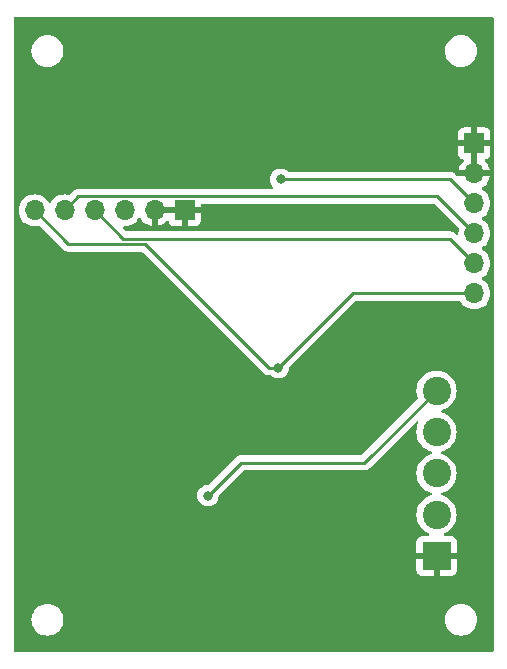
<source format=gbr>
%TF.GenerationSoftware,KiCad,Pcbnew,7.0.9*%
%TF.CreationDate,2024-01-09T17:40:00-08:00*%
%TF.ProjectId,RS-232 Logger,52532d32-3332-4204-9c6f-676765722e6b,rev?*%
%TF.SameCoordinates,Original*%
%TF.FileFunction,Copper,L2,Bot*%
%TF.FilePolarity,Positive*%
%FSLAX46Y46*%
G04 Gerber Fmt 4.6, Leading zero omitted, Abs format (unit mm)*
G04 Created by KiCad (PCBNEW 7.0.9) date 2024-01-09 17:40:00*
%MOMM*%
%LPD*%
G01*
G04 APERTURE LIST*
%TA.AperFunction,ComponentPad*%
%ADD10R,2.400000X2.400000*%
%TD*%
%TA.AperFunction,ComponentPad*%
%ADD11C,2.400000*%
%TD*%
%TA.AperFunction,ComponentPad*%
%ADD12R,1.700000X1.700000*%
%TD*%
%TA.AperFunction,ComponentPad*%
%ADD13O,1.700000X1.700000*%
%TD*%
%TA.AperFunction,ViaPad*%
%ADD14C,0.800000*%
%TD*%
%TA.AperFunction,Conductor*%
%ADD15C,0.250000*%
%TD*%
G04 APERTURE END LIST*
D10*
%TO.P,J2,1,Pin_1*%
%TO.N,GND*%
X63246000Y-73086200D03*
D11*
%TO.P,J2,2,Pin_2*%
%TO.N,/VIN*%
X63246000Y-69586200D03*
%TO.P,J2,3,Pin_3*%
%TO.N,Net-(J2-Pin_3)*%
X63246000Y-66086200D03*
%TO.P,J2,4,Pin_4*%
%TO.N,Net-(J2-Pin_4)*%
X63246000Y-62586200D03*
%TO.P,J2,5,Pin_5*%
%TO.N,Net-(J2-Pin_5)*%
X63246000Y-59086200D03*
%TD*%
D12*
%TO.P,J3,1,Pin_1*%
%TO.N,GND*%
X66446400Y-38150800D03*
D13*
%TO.P,J3,2,Pin_2*%
X66446400Y-40690800D03*
%TO.P,J3,3,Pin_3*%
%TO.N,+3.3V*%
X66446400Y-43230800D03*
%TO.P,J3,4,Pin_4*%
%TO.N,/LOG_RX*%
X66446400Y-45770800D03*
%TO.P,J3,5,Pin_5*%
%TO.N,/LOG_TX*%
X66446400Y-48310800D03*
%TO.P,J3,6,Pin_6*%
%TO.N,/LOG_DTR*%
X66446400Y-50850800D03*
%TD*%
D12*
%TO.P,J1,1,Pin_1*%
%TO.N,GND*%
X41910000Y-43815000D03*
D13*
%TO.P,J1,2,Pin_2*%
X39370000Y-43815000D03*
%TO.P,J1,3,Pin_3*%
%TO.N,+3.3V*%
X36830000Y-43815000D03*
%TO.P,J1,4,Pin_4*%
%TO.N,/LOG_TX*%
X34290000Y-43815000D03*
%TO.P,J1,5,Pin_5*%
%TO.N,/LOG_RX*%
X31750000Y-43815000D03*
%TO.P,J1,6,Pin_6*%
%TO.N,/LOG_DTR*%
X29210000Y-43815000D03*
%TD*%
D14*
%TO.N,GND*%
X47447200Y-44500800D03*
X46075600Y-58420000D03*
X43637200Y-58420000D03*
%TO.N,/LOG_DTR*%
X49834800Y-57150000D03*
%TO.N,Net-(J2-Pin_5)*%
X43891200Y-67970400D03*
%TO.N,+3.3V*%
X50038000Y-41198800D03*
%TD*%
D15*
%TO.N,/LOG_TX*%
X66446400Y-48310800D02*
X64370800Y-46235200D01*
X36710200Y-46235200D02*
X34290000Y-43815000D01*
X64370800Y-46235200D02*
X36710200Y-46235200D01*
%TO.N,/LOG_RX*%
X63315600Y-42640000D02*
X32925000Y-42640000D01*
X66446400Y-45770800D02*
X63315600Y-42640000D01*
X32925000Y-42640000D02*
X31750000Y-43815000D01*
%TO.N,/LOG_DTR*%
X66446400Y-50850800D02*
X56134000Y-50850800D01*
X56134000Y-50850800D02*
X49834800Y-57150000D01*
X32080200Y-46685200D02*
X29210000Y-43815000D01*
X49834800Y-57150000D02*
X49022000Y-57150000D01*
X49022000Y-57150000D02*
X38557200Y-46685200D01*
X38557200Y-46685200D02*
X32080200Y-46685200D01*
%TO.N,Net-(J2-Pin_5)*%
X43891200Y-67970400D02*
X46668800Y-65192800D01*
X57139400Y-65192800D02*
X63246000Y-59086200D01*
X46668800Y-65192800D02*
X57139400Y-65192800D01*
%TO.N,+3.3V*%
X50038000Y-41198800D02*
X64414400Y-41198800D01*
X64414400Y-41198800D02*
X66446400Y-43230800D01*
%TD*%
%TA.AperFunction,Conductor*%
%TO.N,GND*%
G36*
X63072187Y-43285185D02*
G01*
X63092829Y-43301819D01*
X65106161Y-45315152D01*
X65139646Y-45376475D01*
X65138255Y-45434924D01*
X65111337Y-45535389D01*
X65111337Y-45535390D01*
X65090741Y-45770799D01*
X65090741Y-45771188D01*
X65090692Y-45771353D01*
X65090269Y-45776194D01*
X65089296Y-45776108D01*
X65071056Y-45838227D01*
X65018252Y-45883982D01*
X64949094Y-45893926D01*
X64885538Y-45864901D01*
X64879060Y-45858869D01*
X64871603Y-45851412D01*
X64861780Y-45839150D01*
X64861559Y-45839334D01*
X64856586Y-45833323D01*
X64806164Y-45785973D01*
X64790990Y-45770799D01*
X64785275Y-45765083D01*
X64779786Y-45760825D01*
X64775361Y-45757047D01*
X64741382Y-45725138D01*
X64741380Y-45725136D01*
X64741377Y-45725135D01*
X64723829Y-45715488D01*
X64707563Y-45704804D01*
X64691733Y-45692525D01*
X64648968Y-45674018D01*
X64643722Y-45671448D01*
X64602893Y-45649003D01*
X64602892Y-45649002D01*
X64583493Y-45644022D01*
X64565081Y-45637718D01*
X64546698Y-45629762D01*
X64546692Y-45629760D01*
X64500674Y-45622472D01*
X64494952Y-45621287D01*
X64449821Y-45609700D01*
X64449819Y-45609700D01*
X64429784Y-45609700D01*
X64410386Y-45608173D01*
X64402962Y-45606997D01*
X64390605Y-45605040D01*
X64390604Y-45605040D01*
X64344216Y-45609425D01*
X64338378Y-45609700D01*
X37020652Y-45609700D01*
X36953613Y-45590015D01*
X36932971Y-45573381D01*
X36741930Y-45382340D01*
X36708445Y-45321017D01*
X36713429Y-45251325D01*
X36755301Y-45195392D01*
X36820765Y-45170975D01*
X36829611Y-45170659D01*
X36830001Y-45170659D01*
X36894681Y-45165000D01*
X37065408Y-45150063D01*
X37293663Y-45088903D01*
X37507830Y-44989035D01*
X37701401Y-44853495D01*
X37868495Y-44686401D01*
X37998730Y-44500405D01*
X38053307Y-44456781D01*
X38122805Y-44449587D01*
X38185160Y-44481110D01*
X38201879Y-44500405D01*
X38331890Y-44686078D01*
X38498917Y-44853105D01*
X38692421Y-44988600D01*
X38906507Y-45088429D01*
X38906516Y-45088433D01*
X39120000Y-45145634D01*
X39120000Y-44250501D01*
X39227685Y-44299680D01*
X39334237Y-44315000D01*
X39405763Y-44315000D01*
X39512315Y-44299680D01*
X39620000Y-44250501D01*
X39620000Y-45145633D01*
X39833483Y-45088433D01*
X39833492Y-45088429D01*
X40047578Y-44988600D01*
X40241078Y-44853108D01*
X40363521Y-44730665D01*
X40424844Y-44697180D01*
X40494536Y-44702164D01*
X40550470Y-44744035D01*
X40567385Y-44775013D01*
X40616645Y-44907086D01*
X40616649Y-44907093D01*
X40702809Y-45022187D01*
X40702812Y-45022190D01*
X40817906Y-45108350D01*
X40817913Y-45108354D01*
X40952620Y-45158596D01*
X40952627Y-45158598D01*
X41012155Y-45164999D01*
X41012172Y-45165000D01*
X41660000Y-45165000D01*
X41660000Y-44250501D01*
X41767685Y-44299680D01*
X41874237Y-44315000D01*
X41945763Y-44315000D01*
X42052315Y-44299680D01*
X42160000Y-44250501D01*
X42160000Y-45165000D01*
X42807828Y-45165000D01*
X42807844Y-45164999D01*
X42867372Y-45158598D01*
X42867379Y-45158596D01*
X43002086Y-45108354D01*
X43002093Y-45108350D01*
X43117187Y-45022190D01*
X43117190Y-45022187D01*
X43203350Y-44907093D01*
X43203354Y-44907086D01*
X43253596Y-44772379D01*
X43253598Y-44772372D01*
X43259999Y-44712844D01*
X43260000Y-44712827D01*
X43260000Y-44065000D01*
X42343686Y-44065000D01*
X42369493Y-44024844D01*
X42410000Y-43886889D01*
X42410000Y-43743111D01*
X42369493Y-43605156D01*
X42343686Y-43565000D01*
X43260000Y-43565000D01*
X43260000Y-43389500D01*
X43279685Y-43322461D01*
X43332489Y-43276706D01*
X43384000Y-43265500D01*
X63005148Y-43265500D01*
X63072187Y-43285185D01*
G37*
%TD.AperFunction*%
%TA.AperFunction,Conductor*%
G36*
X41450507Y-43605156D02*
G01*
X41410000Y-43743111D01*
X41410000Y-43886889D01*
X41450507Y-44024844D01*
X41476314Y-44065000D01*
X39803686Y-44065000D01*
X39829493Y-44024844D01*
X39870000Y-43886889D01*
X39870000Y-43743111D01*
X39829493Y-43605156D01*
X39803686Y-43565000D01*
X41476314Y-43565000D01*
X41450507Y-43605156D01*
G37*
%TD.AperFunction*%
%TA.AperFunction,Conductor*%
G36*
X66696400Y-40255298D02*
G01*
X66588715Y-40206120D01*
X66482163Y-40190800D01*
X66410637Y-40190800D01*
X66304085Y-40206120D01*
X66196400Y-40255298D01*
X66196400Y-38586301D01*
X66304085Y-38635480D01*
X66410637Y-38650800D01*
X66482163Y-38650800D01*
X66588715Y-38635480D01*
X66696400Y-38586301D01*
X66696400Y-40255298D01*
G37*
%TD.AperFunction*%
%TA.AperFunction,Conductor*%
G36*
X68015039Y-27451685D02*
G01*
X68060794Y-27504489D01*
X68072000Y-27556000D01*
X68072000Y-81025438D01*
X68052315Y-81092477D01*
X68035681Y-81113119D01*
X68006719Y-81142081D01*
X67945396Y-81175566D01*
X67919038Y-81178400D01*
X27556000Y-81178400D01*
X27488961Y-81158715D01*
X27443206Y-81105911D01*
X27432000Y-81054400D01*
X27432000Y-78475200D01*
X28947141Y-78475200D01*
X28967736Y-78710603D01*
X28967738Y-78710613D01*
X29028894Y-78938855D01*
X29028896Y-78938859D01*
X29028897Y-78938863D01*
X29078831Y-79045946D01*
X29128764Y-79153028D01*
X29128765Y-79153030D01*
X29264305Y-79346602D01*
X29431397Y-79513694D01*
X29624969Y-79649234D01*
X29624971Y-79649235D01*
X29839137Y-79749103D01*
X30067392Y-79810263D01*
X30243834Y-79825700D01*
X30361766Y-79825700D01*
X30538208Y-79810263D01*
X30766463Y-79749103D01*
X30980629Y-79649235D01*
X31174201Y-79513695D01*
X31341295Y-79346601D01*
X31476835Y-79153030D01*
X31576703Y-78938863D01*
X31637863Y-78710608D01*
X31658459Y-78475200D01*
X63947141Y-78475200D01*
X63967736Y-78710603D01*
X63967738Y-78710613D01*
X64028894Y-78938855D01*
X64028896Y-78938859D01*
X64028897Y-78938863D01*
X64078831Y-79045946D01*
X64128764Y-79153028D01*
X64128765Y-79153030D01*
X64264305Y-79346602D01*
X64431397Y-79513694D01*
X64624969Y-79649234D01*
X64624971Y-79649235D01*
X64839137Y-79749103D01*
X65067392Y-79810263D01*
X65243834Y-79825700D01*
X65361766Y-79825700D01*
X65538208Y-79810263D01*
X65766463Y-79749103D01*
X65980629Y-79649235D01*
X66174201Y-79513695D01*
X66341295Y-79346601D01*
X66476835Y-79153030D01*
X66576703Y-78938863D01*
X66637863Y-78710608D01*
X66658459Y-78475200D01*
X66637863Y-78239792D01*
X66576703Y-78011537D01*
X66476835Y-77797371D01*
X66476834Y-77797369D01*
X66341294Y-77603797D01*
X66174202Y-77436705D01*
X65980630Y-77301165D01*
X65980628Y-77301164D01*
X65873546Y-77251231D01*
X65766463Y-77201297D01*
X65766459Y-77201296D01*
X65766455Y-77201294D01*
X65538213Y-77140138D01*
X65538203Y-77140136D01*
X65361766Y-77124700D01*
X65243834Y-77124700D01*
X65067396Y-77140136D01*
X65067386Y-77140138D01*
X64839144Y-77201294D01*
X64839135Y-77201298D01*
X64624971Y-77301164D01*
X64624969Y-77301165D01*
X64431397Y-77436705D01*
X64264306Y-77603797D01*
X64264301Y-77603804D01*
X64128767Y-77797365D01*
X64128765Y-77797369D01*
X64028898Y-78011535D01*
X64028894Y-78011544D01*
X63967738Y-78239786D01*
X63967736Y-78239796D01*
X63947141Y-78475199D01*
X63947141Y-78475200D01*
X31658459Y-78475200D01*
X31637863Y-78239792D01*
X31576703Y-78011537D01*
X31476835Y-77797371D01*
X31476834Y-77797369D01*
X31341294Y-77603797D01*
X31174202Y-77436705D01*
X30980630Y-77301165D01*
X30980628Y-77301164D01*
X30873546Y-77251231D01*
X30766463Y-77201297D01*
X30766459Y-77201296D01*
X30766455Y-77201294D01*
X30538213Y-77140138D01*
X30538203Y-77140136D01*
X30361766Y-77124700D01*
X30243834Y-77124700D01*
X30067396Y-77140136D01*
X30067386Y-77140138D01*
X29839144Y-77201294D01*
X29839135Y-77201298D01*
X29624971Y-77301164D01*
X29624969Y-77301165D01*
X29431397Y-77436705D01*
X29264306Y-77603797D01*
X29264301Y-77603804D01*
X29128767Y-77797365D01*
X29128765Y-77797369D01*
X29028898Y-78011535D01*
X29028894Y-78011544D01*
X28967738Y-78239786D01*
X28967736Y-78239796D01*
X28947141Y-78475199D01*
X28947141Y-78475200D01*
X27432000Y-78475200D01*
X27432000Y-67970400D01*
X42985740Y-67970400D01*
X43005526Y-68158656D01*
X43005527Y-68158659D01*
X43064018Y-68338677D01*
X43064021Y-68338684D01*
X43158667Y-68502616D01*
X43269392Y-68625588D01*
X43285329Y-68643288D01*
X43438465Y-68754548D01*
X43438470Y-68754551D01*
X43611392Y-68831542D01*
X43611397Y-68831544D01*
X43796554Y-68870900D01*
X43796555Y-68870900D01*
X43985844Y-68870900D01*
X43985846Y-68870900D01*
X44171003Y-68831544D01*
X44343930Y-68754551D01*
X44497071Y-68643288D01*
X44623733Y-68502616D01*
X44718379Y-68338684D01*
X44776874Y-68158656D01*
X44794521Y-67990745D01*
X44821105Y-67926132D01*
X44830152Y-67916036D01*
X46891571Y-65854619D01*
X46952894Y-65821134D01*
X46979252Y-65818300D01*
X57056657Y-65818300D01*
X57072277Y-65820024D01*
X57072304Y-65819739D01*
X57080060Y-65820471D01*
X57080067Y-65820473D01*
X57149214Y-65818300D01*
X57178750Y-65818300D01*
X57185628Y-65817430D01*
X57191441Y-65816972D01*
X57238027Y-65815509D01*
X57257269Y-65809917D01*
X57276312Y-65805974D01*
X57296192Y-65803464D01*
X57339522Y-65786307D01*
X57345046Y-65784417D01*
X57348796Y-65783327D01*
X57389790Y-65771418D01*
X57407029Y-65761222D01*
X57424503Y-65752662D01*
X57443127Y-65745288D01*
X57443127Y-65745287D01*
X57443132Y-65745286D01*
X57480849Y-65717882D01*
X57485705Y-65714692D01*
X57525820Y-65690970D01*
X57539989Y-65676799D01*
X57554779Y-65664168D01*
X57570987Y-65652394D01*
X57600699Y-65616476D01*
X57604612Y-65612176D01*
X61508579Y-61708209D01*
X61569900Y-61674726D01*
X61639592Y-61679710D01*
X61695525Y-61721582D01*
X61719942Y-61787046D01*
X61709598Y-61841325D01*
X61711302Y-61841994D01*
X61616492Y-62083562D01*
X61616490Y-62083569D01*
X61559777Y-62332045D01*
X61540732Y-62586195D01*
X61540732Y-62586204D01*
X61559777Y-62840354D01*
X61559778Y-62840357D01*
X61616492Y-63088837D01*
X61709607Y-63326088D01*
X61837041Y-63546812D01*
X61995950Y-63746077D01*
X62182783Y-63919432D01*
X62393366Y-64063005D01*
X62393371Y-64063007D01*
X62393372Y-64063008D01*
X62393373Y-64063009D01*
X62515328Y-64121738D01*
X62622992Y-64173587D01*
X62622993Y-64173587D01*
X62622996Y-64173589D01*
X62729360Y-64206397D01*
X62766029Y-64217709D01*
X62824288Y-64256280D01*
X62852446Y-64320224D01*
X62841562Y-64389241D01*
X62795093Y-64441418D01*
X62766029Y-64454691D01*
X62622992Y-64498812D01*
X62393373Y-64609390D01*
X62393372Y-64609391D01*
X62393366Y-64609394D01*
X62393366Y-64609395D01*
X62368639Y-64626253D01*
X62182782Y-64752968D01*
X61995952Y-64926321D01*
X61995950Y-64926323D01*
X61837041Y-65125588D01*
X61709608Y-65346309D01*
X61616492Y-65583562D01*
X61616490Y-65583569D01*
X61559777Y-65832045D01*
X61540732Y-66086195D01*
X61540732Y-66086204D01*
X61559777Y-66340354D01*
X61559778Y-66340357D01*
X61616492Y-66588837D01*
X61709607Y-66826088D01*
X61837041Y-67046812D01*
X61995950Y-67246077D01*
X62182783Y-67419432D01*
X62393366Y-67563005D01*
X62393371Y-67563007D01*
X62393372Y-67563008D01*
X62393373Y-67563009D01*
X62474593Y-67602122D01*
X62622992Y-67673587D01*
X62622993Y-67673587D01*
X62622996Y-67673589D01*
X62729360Y-67706397D01*
X62766029Y-67717709D01*
X62824288Y-67756280D01*
X62852446Y-67820224D01*
X62841562Y-67889241D01*
X62795093Y-67941418D01*
X62766029Y-67954691D01*
X62622992Y-67998812D01*
X62393373Y-68109390D01*
X62393372Y-68109391D01*
X62182782Y-68252968D01*
X61995952Y-68426321D01*
X61995950Y-68426323D01*
X61837041Y-68625588D01*
X61709608Y-68846309D01*
X61616492Y-69083562D01*
X61616490Y-69083569D01*
X61559777Y-69332045D01*
X61540732Y-69586195D01*
X61540732Y-69586204D01*
X61559777Y-69840354D01*
X61559778Y-69840357D01*
X61616492Y-70088837D01*
X61709607Y-70326088D01*
X61837041Y-70546812D01*
X61995950Y-70746077D01*
X62182783Y-70919432D01*
X62393366Y-71063005D01*
X62393369Y-71063006D01*
X62393370Y-71063007D01*
X62575010Y-71150480D01*
X62626869Y-71197302D01*
X62645182Y-71264729D01*
X62624134Y-71331353D01*
X62570408Y-71376022D01*
X62521208Y-71386200D01*
X61998155Y-71386200D01*
X61938627Y-71392601D01*
X61938620Y-71392603D01*
X61803913Y-71442845D01*
X61803906Y-71442849D01*
X61688812Y-71529009D01*
X61688809Y-71529012D01*
X61602649Y-71644106D01*
X61602645Y-71644113D01*
X61552403Y-71778820D01*
X61552401Y-71778827D01*
X61546000Y-71838355D01*
X61546000Y-72836200D01*
X62700118Y-72836200D01*
X62661444Y-72929569D01*
X62640823Y-73086200D01*
X62661444Y-73242831D01*
X62700118Y-73336200D01*
X61546000Y-73336200D01*
X61546000Y-74334044D01*
X61552401Y-74393572D01*
X61552403Y-74393579D01*
X61602645Y-74528286D01*
X61602649Y-74528293D01*
X61688809Y-74643387D01*
X61688812Y-74643390D01*
X61803906Y-74729550D01*
X61803913Y-74729554D01*
X61938620Y-74779796D01*
X61938627Y-74779798D01*
X61998155Y-74786199D01*
X61998172Y-74786200D01*
X62996000Y-74786200D01*
X62996000Y-73632081D01*
X63089369Y-73670756D01*
X63206677Y-73686200D01*
X63285323Y-73686200D01*
X63402631Y-73670756D01*
X63496000Y-73632081D01*
X63496000Y-74786200D01*
X64493828Y-74786200D01*
X64493844Y-74786199D01*
X64553372Y-74779798D01*
X64553379Y-74779796D01*
X64688086Y-74729554D01*
X64688093Y-74729550D01*
X64803187Y-74643390D01*
X64803190Y-74643387D01*
X64889350Y-74528293D01*
X64889354Y-74528286D01*
X64939596Y-74393579D01*
X64939598Y-74393572D01*
X64945999Y-74334044D01*
X64946000Y-74334027D01*
X64946000Y-73336200D01*
X63791882Y-73336200D01*
X63830556Y-73242831D01*
X63851177Y-73086200D01*
X63830556Y-72929569D01*
X63791882Y-72836200D01*
X64946000Y-72836200D01*
X64946000Y-71838372D01*
X64945999Y-71838355D01*
X64939598Y-71778827D01*
X64939596Y-71778820D01*
X64889354Y-71644113D01*
X64889350Y-71644106D01*
X64803190Y-71529012D01*
X64803187Y-71529009D01*
X64688093Y-71442849D01*
X64688086Y-71442845D01*
X64553379Y-71392603D01*
X64553372Y-71392601D01*
X64493844Y-71386200D01*
X63970792Y-71386200D01*
X63903753Y-71366515D01*
X63857998Y-71313711D01*
X63848054Y-71244553D01*
X63877079Y-71180997D01*
X63916990Y-71150480D01*
X64098634Y-71063005D01*
X64309217Y-70919432D01*
X64496050Y-70746077D01*
X64654959Y-70546812D01*
X64782393Y-70326088D01*
X64875508Y-70088837D01*
X64932222Y-69840357D01*
X64951268Y-69586200D01*
X64932222Y-69332043D01*
X64875508Y-69083563D01*
X64782393Y-68846312D01*
X64654959Y-68625588D01*
X64496050Y-68426323D01*
X64309217Y-68252968D01*
X64098634Y-68109395D01*
X64098630Y-68109393D01*
X64098627Y-68109391D01*
X64098626Y-68109390D01*
X63869006Y-67998812D01*
X63869008Y-67998812D01*
X63725970Y-67954691D01*
X63667711Y-67916121D01*
X63639553Y-67852176D01*
X63650437Y-67783159D01*
X63696906Y-67730982D01*
X63725970Y-67717709D01*
X63869004Y-67673589D01*
X64098634Y-67563005D01*
X64309217Y-67419432D01*
X64496050Y-67246077D01*
X64654959Y-67046812D01*
X64782393Y-66826088D01*
X64875508Y-66588837D01*
X64932222Y-66340357D01*
X64951268Y-66086200D01*
X64932222Y-65832043D01*
X64875508Y-65583563D01*
X64782393Y-65346312D01*
X64654959Y-65125588D01*
X64496050Y-64926323D01*
X64309217Y-64752968D01*
X64098634Y-64609395D01*
X64098630Y-64609393D01*
X64098627Y-64609391D01*
X64098626Y-64609390D01*
X63869006Y-64498812D01*
X63869008Y-64498812D01*
X63725970Y-64454691D01*
X63667711Y-64416121D01*
X63639553Y-64352176D01*
X63650437Y-64283159D01*
X63696906Y-64230982D01*
X63725970Y-64217709D01*
X63869004Y-64173589D01*
X64098634Y-64063005D01*
X64309217Y-63919432D01*
X64496050Y-63746077D01*
X64654959Y-63546812D01*
X64782393Y-63326088D01*
X64875508Y-63088837D01*
X64932222Y-62840357D01*
X64951268Y-62586200D01*
X64932222Y-62332043D01*
X64875508Y-62083563D01*
X64782393Y-61846312D01*
X64654959Y-61625588D01*
X64496050Y-61426323D01*
X64309217Y-61252968D01*
X64098634Y-61109395D01*
X64098630Y-61109393D01*
X64098627Y-61109391D01*
X64098626Y-61109390D01*
X63869006Y-60998812D01*
X63869008Y-60998812D01*
X63725970Y-60954691D01*
X63667711Y-60916121D01*
X63639553Y-60852176D01*
X63650437Y-60783159D01*
X63696906Y-60730982D01*
X63725970Y-60717709D01*
X63869004Y-60673589D01*
X64098634Y-60563005D01*
X64309217Y-60419432D01*
X64496050Y-60246077D01*
X64654959Y-60046812D01*
X64782393Y-59826088D01*
X64875508Y-59588837D01*
X64932222Y-59340357D01*
X64951268Y-59086200D01*
X64932222Y-58832043D01*
X64875508Y-58583563D01*
X64782393Y-58346312D01*
X64654959Y-58125588D01*
X64496050Y-57926323D01*
X64309217Y-57752968D01*
X64098634Y-57609395D01*
X64098630Y-57609393D01*
X64098627Y-57609391D01*
X64098626Y-57609390D01*
X63869006Y-57498812D01*
X63869008Y-57498812D01*
X63625466Y-57423689D01*
X63625462Y-57423688D01*
X63625458Y-57423687D01*
X63504231Y-57405414D01*
X63373440Y-57385700D01*
X63373435Y-57385700D01*
X63118565Y-57385700D01*
X63118559Y-57385700D01*
X62961609Y-57409357D01*
X62866542Y-57423687D01*
X62866539Y-57423688D01*
X62866533Y-57423689D01*
X62622992Y-57498812D01*
X62393373Y-57609390D01*
X62393372Y-57609391D01*
X62182782Y-57752968D01*
X61995952Y-57926321D01*
X61995950Y-57926323D01*
X61837041Y-58125588D01*
X61709608Y-58346309D01*
X61616492Y-58583562D01*
X61616490Y-58583569D01*
X61559777Y-58832045D01*
X61540732Y-59086195D01*
X61540732Y-59086204D01*
X61559777Y-59340354D01*
X61559778Y-59340357D01*
X61616492Y-59588837D01*
X61644032Y-59659008D01*
X61655118Y-59687255D01*
X61661286Y-59756851D01*
X61628847Y-59818735D01*
X61627370Y-59820237D01*
X56916628Y-64530981D01*
X56855305Y-64564466D01*
X56828947Y-64567300D01*
X46751543Y-64567300D01*
X46735922Y-64565575D01*
X46735895Y-64565861D01*
X46728133Y-64565126D01*
X46658972Y-64567300D01*
X46629449Y-64567300D01*
X46622578Y-64568167D01*
X46616759Y-64568625D01*
X46570174Y-64570089D01*
X46570168Y-64570090D01*
X46550926Y-64575680D01*
X46531887Y-64579623D01*
X46512017Y-64582134D01*
X46512003Y-64582137D01*
X46468683Y-64599288D01*
X46463158Y-64601180D01*
X46418413Y-64614180D01*
X46418410Y-64614181D01*
X46401166Y-64624379D01*
X46383705Y-64632933D01*
X46365074Y-64640310D01*
X46365062Y-64640317D01*
X46327370Y-64667702D01*
X46322487Y-64670909D01*
X46282380Y-64694629D01*
X46268214Y-64708795D01*
X46253424Y-64721427D01*
X46237214Y-64733204D01*
X46237211Y-64733207D01*
X46207510Y-64769109D01*
X46203577Y-64773431D01*
X43943428Y-67033581D01*
X43882105Y-67067066D01*
X43855747Y-67069900D01*
X43796554Y-67069900D01*
X43764097Y-67076798D01*
X43611397Y-67109255D01*
X43611392Y-67109257D01*
X43438470Y-67186248D01*
X43438465Y-67186251D01*
X43285329Y-67297511D01*
X43158666Y-67438185D01*
X43064021Y-67602115D01*
X43064018Y-67602122D01*
X43005527Y-67782140D01*
X43005526Y-67782144D01*
X42985740Y-67970400D01*
X27432000Y-67970400D01*
X27432000Y-43815000D01*
X27854341Y-43815000D01*
X27874936Y-44050403D01*
X27874938Y-44050413D01*
X27936094Y-44278655D01*
X27936096Y-44278659D01*
X27936097Y-44278663D01*
X28016004Y-44450023D01*
X28035965Y-44492830D01*
X28035967Y-44492834D01*
X28074454Y-44547798D01*
X28171505Y-44686401D01*
X28338599Y-44853495D01*
X28404154Y-44899397D01*
X28532165Y-44989032D01*
X28532167Y-44989033D01*
X28532170Y-44989035D01*
X28746337Y-45088903D01*
X28746343Y-45088904D01*
X28746344Y-45088905D01*
X28761519Y-45092971D01*
X28974592Y-45150063D01*
X29145319Y-45165000D01*
X29209999Y-45170659D01*
X29210000Y-45170659D01*
X29210001Y-45170659D01*
X29274681Y-45165000D01*
X29445408Y-45150063D01*
X29545873Y-45123143D01*
X29615722Y-45124806D01*
X29665647Y-45155237D01*
X31579394Y-47068984D01*
X31589219Y-47081248D01*
X31589440Y-47081066D01*
X31594410Y-47087073D01*
X31594413Y-47087076D01*
X31594414Y-47087077D01*
X31644851Y-47134441D01*
X31665730Y-47155320D01*
X31671204Y-47159566D01*
X31675642Y-47163356D01*
X31709618Y-47195262D01*
X31709622Y-47195264D01*
X31727173Y-47204913D01*
X31743431Y-47215592D01*
X31759264Y-47227874D01*
X31781215Y-47237372D01*
X31802037Y-47246383D01*
X31807281Y-47248952D01*
X31848108Y-47271397D01*
X31867512Y-47276379D01*
X31885910Y-47282678D01*
X31904305Y-47290638D01*
X31950329Y-47297926D01*
X31956032Y-47299107D01*
X32001181Y-47310700D01*
X32021216Y-47310700D01*
X32040613Y-47312226D01*
X32060396Y-47315360D01*
X32106784Y-47310975D01*
X32112622Y-47310700D01*
X38246748Y-47310700D01*
X38313787Y-47330385D01*
X38334429Y-47347019D01*
X48521197Y-57533788D01*
X48531022Y-57546051D01*
X48531243Y-57545869D01*
X48536214Y-57551878D01*
X48562217Y-57576295D01*
X48586635Y-57599226D01*
X48607529Y-57620120D01*
X48613011Y-57624373D01*
X48617443Y-57628157D01*
X48651418Y-57660062D01*
X48668976Y-57669714D01*
X48685235Y-57680395D01*
X48701064Y-57692673D01*
X48743838Y-57711182D01*
X48749056Y-57713738D01*
X48789908Y-57736197D01*
X48809316Y-57741180D01*
X48827717Y-57747480D01*
X48846104Y-57755437D01*
X48889488Y-57762308D01*
X48892119Y-57762725D01*
X48897839Y-57763909D01*
X48942981Y-57775500D01*
X48963016Y-57775500D01*
X48982414Y-57777026D01*
X49002194Y-57780159D01*
X49002195Y-57780160D01*
X49002195Y-57780159D01*
X49002196Y-57780160D01*
X49048584Y-57775775D01*
X49054422Y-57775500D01*
X49131052Y-57775500D01*
X49198091Y-57795185D01*
X49223200Y-57816526D01*
X49228926Y-57822885D01*
X49228930Y-57822889D01*
X49382065Y-57934148D01*
X49382070Y-57934151D01*
X49554992Y-58011142D01*
X49554997Y-58011144D01*
X49740154Y-58050500D01*
X49740155Y-58050500D01*
X49929444Y-58050500D01*
X49929446Y-58050500D01*
X50114603Y-58011144D01*
X50287530Y-57934151D01*
X50440671Y-57822888D01*
X50567333Y-57682216D01*
X50661979Y-57518284D01*
X50720474Y-57338256D01*
X50738121Y-57170345D01*
X50764705Y-57105732D01*
X50773752Y-57095636D01*
X56356772Y-51512619D01*
X56418095Y-51479134D01*
X56444453Y-51476300D01*
X65171173Y-51476300D01*
X65238212Y-51495985D01*
X65272748Y-51529177D01*
X65407900Y-51722195D01*
X65407905Y-51722201D01*
X65574999Y-51889295D01*
X65671784Y-51957065D01*
X65768565Y-52024832D01*
X65768567Y-52024833D01*
X65768570Y-52024835D01*
X65982737Y-52124703D01*
X66210992Y-52185863D01*
X66399318Y-52202339D01*
X66446399Y-52206459D01*
X66446400Y-52206459D01*
X66446401Y-52206459D01*
X66485634Y-52203026D01*
X66681808Y-52185863D01*
X66910063Y-52124703D01*
X67124230Y-52024835D01*
X67317801Y-51889295D01*
X67484895Y-51722201D01*
X67620435Y-51528630D01*
X67720303Y-51314463D01*
X67781463Y-51086208D01*
X67802059Y-50850800D01*
X67781463Y-50615392D01*
X67720303Y-50387137D01*
X67620435Y-50172971D01*
X67620052Y-50172423D01*
X67484894Y-49979397D01*
X67317802Y-49812306D01*
X67317796Y-49812301D01*
X67132242Y-49682375D01*
X67088617Y-49627798D01*
X67081423Y-49558300D01*
X67112946Y-49495945D01*
X67132242Y-49479225D01*
X67154426Y-49463691D01*
X67317801Y-49349295D01*
X67484895Y-49182201D01*
X67620435Y-48988630D01*
X67720303Y-48774463D01*
X67781463Y-48546208D01*
X67802059Y-48310800D01*
X67781463Y-48075392D01*
X67720303Y-47847137D01*
X67620435Y-47632971D01*
X67484895Y-47439399D01*
X67484894Y-47439397D01*
X67317802Y-47272306D01*
X67317796Y-47272301D01*
X67132242Y-47142375D01*
X67088617Y-47087798D01*
X67081423Y-47018300D01*
X67112946Y-46955945D01*
X67132242Y-46939225D01*
X67216274Y-46880385D01*
X67317801Y-46809295D01*
X67484895Y-46642201D01*
X67620435Y-46448630D01*
X67720303Y-46234463D01*
X67781463Y-46006208D01*
X67802059Y-45770800D01*
X67781463Y-45535392D01*
X67720303Y-45307137D01*
X67620435Y-45092971D01*
X67617586Y-45088901D01*
X67484894Y-44899397D01*
X67317802Y-44732306D01*
X67317796Y-44732301D01*
X67132242Y-44602375D01*
X67088617Y-44547798D01*
X67081423Y-44478300D01*
X67112946Y-44415945D01*
X67132242Y-44399225D01*
X67154426Y-44383691D01*
X67317801Y-44269295D01*
X67484895Y-44102201D01*
X67620435Y-43908630D01*
X67720303Y-43694463D01*
X67781463Y-43466208D01*
X67802059Y-43230800D01*
X67781463Y-42995392D01*
X67720303Y-42767137D01*
X67620435Y-42552971D01*
X67612122Y-42541098D01*
X67484894Y-42359397D01*
X67317802Y-42192306D01*
X67317801Y-42192305D01*
X67131805Y-42062069D01*
X67088181Y-42007492D01*
X67080988Y-41937993D01*
X67112510Y-41875639D01*
X67131805Y-41858919D01*
X67317482Y-41728905D01*
X67484505Y-41561882D01*
X67620000Y-41368378D01*
X67719829Y-41154292D01*
X67719832Y-41154286D01*
X67777036Y-40940800D01*
X66880086Y-40940800D01*
X66905893Y-40900644D01*
X66946400Y-40762689D01*
X66946400Y-40618911D01*
X66905893Y-40480956D01*
X66880086Y-40440800D01*
X67777036Y-40440800D01*
X67777035Y-40440799D01*
X67719832Y-40227313D01*
X67719829Y-40227307D01*
X67620000Y-40013222D01*
X67619999Y-40013220D01*
X67484513Y-39819726D01*
X67484508Y-39819720D01*
X67362065Y-39697277D01*
X67328580Y-39635954D01*
X67333564Y-39566262D01*
X67375436Y-39510329D01*
X67406413Y-39493414D01*
X67538486Y-39444154D01*
X67538493Y-39444150D01*
X67653587Y-39357990D01*
X67653590Y-39357987D01*
X67739750Y-39242893D01*
X67739754Y-39242886D01*
X67789996Y-39108179D01*
X67789998Y-39108172D01*
X67796399Y-39048644D01*
X67796400Y-39048627D01*
X67796400Y-38400800D01*
X66880086Y-38400800D01*
X66905893Y-38360644D01*
X66946400Y-38222689D01*
X66946400Y-38078911D01*
X66905893Y-37940956D01*
X66880086Y-37900800D01*
X67796400Y-37900800D01*
X67796400Y-37252972D01*
X67796399Y-37252955D01*
X67789998Y-37193427D01*
X67789996Y-37193420D01*
X67739754Y-37058713D01*
X67739750Y-37058706D01*
X67653590Y-36943612D01*
X67653587Y-36943609D01*
X67538493Y-36857449D01*
X67538486Y-36857445D01*
X67403779Y-36807203D01*
X67403772Y-36807201D01*
X67344244Y-36800800D01*
X66696400Y-36800800D01*
X66696400Y-37715298D01*
X66588715Y-37666120D01*
X66482163Y-37650800D01*
X66410637Y-37650800D01*
X66304085Y-37666120D01*
X66196400Y-37715298D01*
X66196400Y-36800800D01*
X65548555Y-36800800D01*
X65489027Y-36807201D01*
X65489020Y-36807203D01*
X65354313Y-36857445D01*
X65354306Y-36857449D01*
X65239212Y-36943609D01*
X65239209Y-36943612D01*
X65153049Y-37058706D01*
X65153045Y-37058713D01*
X65102803Y-37193420D01*
X65102801Y-37193427D01*
X65096400Y-37252955D01*
X65096400Y-37900800D01*
X66012714Y-37900800D01*
X65986907Y-37940956D01*
X65946400Y-38078911D01*
X65946400Y-38222689D01*
X65986907Y-38360644D01*
X66012714Y-38400800D01*
X65096400Y-38400800D01*
X65096400Y-39048644D01*
X65102801Y-39108172D01*
X65102803Y-39108179D01*
X65153045Y-39242886D01*
X65153049Y-39242893D01*
X65239209Y-39357987D01*
X65239212Y-39357990D01*
X65354306Y-39444150D01*
X65354313Y-39444154D01*
X65486386Y-39493414D01*
X65542320Y-39535285D01*
X65566737Y-39600749D01*
X65551886Y-39669022D01*
X65530735Y-39697277D01*
X65408286Y-39819726D01*
X65272800Y-40013220D01*
X65272799Y-40013222D01*
X65172970Y-40227307D01*
X65172967Y-40227313D01*
X65115764Y-40440799D01*
X65115764Y-40440800D01*
X66012714Y-40440800D01*
X65986907Y-40480956D01*
X65946400Y-40618911D01*
X65946400Y-40762689D01*
X65986907Y-40900644D01*
X66012714Y-40940800D01*
X65092353Y-40940800D01*
X65025314Y-40921115D01*
X65004672Y-40904481D01*
X64915203Y-40815012D01*
X64905380Y-40802750D01*
X64905159Y-40802934D01*
X64900186Y-40796923D01*
X64849764Y-40749573D01*
X64839319Y-40739128D01*
X64828875Y-40728683D01*
X64823386Y-40724425D01*
X64818961Y-40720647D01*
X64784982Y-40688738D01*
X64784980Y-40688736D01*
X64784977Y-40688735D01*
X64767429Y-40679088D01*
X64751163Y-40668404D01*
X64735333Y-40656125D01*
X64692568Y-40637618D01*
X64687322Y-40635048D01*
X64646493Y-40612603D01*
X64646492Y-40612602D01*
X64627093Y-40607622D01*
X64608681Y-40601318D01*
X64590298Y-40593362D01*
X64590292Y-40593360D01*
X64544274Y-40586072D01*
X64538552Y-40584887D01*
X64493421Y-40573300D01*
X64493419Y-40573300D01*
X64473384Y-40573300D01*
X64453986Y-40571773D01*
X64446562Y-40570597D01*
X64434205Y-40568640D01*
X64434204Y-40568640D01*
X64387816Y-40573025D01*
X64381978Y-40573300D01*
X50741748Y-40573300D01*
X50674709Y-40553615D01*
X50649600Y-40532274D01*
X50643873Y-40525914D01*
X50643869Y-40525910D01*
X50490734Y-40414651D01*
X50490729Y-40414648D01*
X50317807Y-40337657D01*
X50317802Y-40337655D01*
X50172001Y-40306665D01*
X50132646Y-40298300D01*
X49943354Y-40298300D01*
X49910897Y-40305198D01*
X49758197Y-40337655D01*
X49758192Y-40337657D01*
X49585270Y-40414648D01*
X49585265Y-40414651D01*
X49432129Y-40525911D01*
X49305466Y-40666585D01*
X49210821Y-40830515D01*
X49210818Y-40830522D01*
X49181383Y-40921115D01*
X49152326Y-41010544D01*
X49132540Y-41198800D01*
X49152326Y-41387056D01*
X49152327Y-41387059D01*
X49210818Y-41567077D01*
X49210821Y-41567084D01*
X49305467Y-41731016D01*
X49374359Y-41807528D01*
X49404589Y-41870519D01*
X49395964Y-41939854D01*
X49351223Y-41993520D01*
X49284570Y-42014478D01*
X49282209Y-42014500D01*
X33007743Y-42014500D01*
X32992122Y-42012775D01*
X32992096Y-42013061D01*
X32984334Y-42012327D01*
X32984333Y-42012327D01*
X32915186Y-42014500D01*
X32885649Y-42014500D01*
X32878766Y-42015369D01*
X32872949Y-42015826D01*
X32826373Y-42017290D01*
X32807129Y-42022881D01*
X32788079Y-42026825D01*
X32768211Y-42029334D01*
X32724884Y-42046488D01*
X32719358Y-42048379D01*
X32674614Y-42061379D01*
X32674610Y-42061381D01*
X32657366Y-42071579D01*
X32639905Y-42080133D01*
X32621274Y-42087510D01*
X32621262Y-42087517D01*
X32583570Y-42114902D01*
X32578687Y-42118109D01*
X32538580Y-42141829D01*
X32524414Y-42155995D01*
X32509624Y-42168627D01*
X32493414Y-42180404D01*
X32493411Y-42180407D01*
X32463710Y-42216309D01*
X32459777Y-42220631D01*
X32205646Y-42474762D01*
X32144323Y-42508247D01*
X32085872Y-42506856D01*
X31985413Y-42479938D01*
X31985403Y-42479936D01*
X31750001Y-42459341D01*
X31749999Y-42459341D01*
X31514596Y-42479936D01*
X31514586Y-42479938D01*
X31286344Y-42541094D01*
X31286335Y-42541098D01*
X31072171Y-42640964D01*
X31072169Y-42640965D01*
X30878597Y-42776505D01*
X30711505Y-42943597D01*
X30581575Y-43129158D01*
X30526998Y-43172783D01*
X30457500Y-43179977D01*
X30395145Y-43148454D01*
X30378425Y-43129158D01*
X30248494Y-42943597D01*
X30081402Y-42776506D01*
X30081395Y-42776501D01*
X30079468Y-42775152D01*
X30042521Y-42749281D01*
X29887834Y-42640967D01*
X29887830Y-42640965D01*
X29887828Y-42640964D01*
X29673663Y-42541097D01*
X29673659Y-42541096D01*
X29673655Y-42541094D01*
X29445413Y-42479938D01*
X29445403Y-42479936D01*
X29210001Y-42459341D01*
X29209999Y-42459341D01*
X28974596Y-42479936D01*
X28974586Y-42479938D01*
X28746344Y-42541094D01*
X28746335Y-42541098D01*
X28532171Y-42640964D01*
X28532169Y-42640965D01*
X28338597Y-42776505D01*
X28171505Y-42943597D01*
X28035965Y-43137169D01*
X28035964Y-43137171D01*
X27936098Y-43351335D01*
X27936094Y-43351344D01*
X27874938Y-43579586D01*
X27874936Y-43579596D01*
X27854341Y-43814999D01*
X27854341Y-43815000D01*
X27432000Y-43815000D01*
X27432000Y-30312800D01*
X28947141Y-30312800D01*
X28967736Y-30548203D01*
X28967738Y-30548213D01*
X29028894Y-30776455D01*
X29028896Y-30776459D01*
X29028897Y-30776463D01*
X29078831Y-30883546D01*
X29128764Y-30990628D01*
X29128765Y-30990630D01*
X29264305Y-31184202D01*
X29431397Y-31351294D01*
X29624969Y-31486834D01*
X29624971Y-31486835D01*
X29839137Y-31586703D01*
X30067392Y-31647863D01*
X30243834Y-31663300D01*
X30361766Y-31663300D01*
X30538208Y-31647863D01*
X30766463Y-31586703D01*
X30980629Y-31486835D01*
X31174201Y-31351295D01*
X31341295Y-31184201D01*
X31476835Y-30990630D01*
X31576703Y-30776463D01*
X31637863Y-30548208D01*
X31658459Y-30312800D01*
X63947141Y-30312800D01*
X63967736Y-30548203D01*
X63967738Y-30548213D01*
X64028894Y-30776455D01*
X64028896Y-30776459D01*
X64028897Y-30776463D01*
X64078831Y-30883546D01*
X64128764Y-30990628D01*
X64128765Y-30990630D01*
X64264305Y-31184202D01*
X64431397Y-31351294D01*
X64624969Y-31486834D01*
X64624971Y-31486835D01*
X64839137Y-31586703D01*
X65067392Y-31647863D01*
X65243834Y-31663300D01*
X65361766Y-31663300D01*
X65538208Y-31647863D01*
X65766463Y-31586703D01*
X65980629Y-31486835D01*
X66174201Y-31351295D01*
X66341295Y-31184201D01*
X66476835Y-30990630D01*
X66576703Y-30776463D01*
X66637863Y-30548208D01*
X66658459Y-30312800D01*
X66637863Y-30077392D01*
X66576703Y-29849137D01*
X66476835Y-29634971D01*
X66476834Y-29634969D01*
X66341294Y-29441397D01*
X66174202Y-29274305D01*
X65980630Y-29138765D01*
X65980628Y-29138764D01*
X65873546Y-29088831D01*
X65766463Y-29038897D01*
X65766459Y-29038896D01*
X65766455Y-29038894D01*
X65538213Y-28977738D01*
X65538203Y-28977736D01*
X65361766Y-28962300D01*
X65243834Y-28962300D01*
X65067396Y-28977736D01*
X65067386Y-28977738D01*
X64839144Y-29038894D01*
X64839135Y-29038898D01*
X64624971Y-29138764D01*
X64624969Y-29138765D01*
X64431397Y-29274305D01*
X64264306Y-29441397D01*
X64264301Y-29441404D01*
X64128767Y-29634965D01*
X64128765Y-29634969D01*
X64028898Y-29849135D01*
X64028894Y-29849144D01*
X63967738Y-30077386D01*
X63967736Y-30077396D01*
X63947141Y-30312799D01*
X63947141Y-30312800D01*
X31658459Y-30312800D01*
X31637863Y-30077392D01*
X31576703Y-29849137D01*
X31476835Y-29634971D01*
X31476834Y-29634969D01*
X31341294Y-29441397D01*
X31174202Y-29274305D01*
X30980630Y-29138765D01*
X30980628Y-29138764D01*
X30873546Y-29088831D01*
X30766463Y-29038897D01*
X30766459Y-29038896D01*
X30766455Y-29038894D01*
X30538213Y-28977738D01*
X30538203Y-28977736D01*
X30361766Y-28962300D01*
X30243834Y-28962300D01*
X30067396Y-28977736D01*
X30067386Y-28977738D01*
X29839144Y-29038894D01*
X29839135Y-29038898D01*
X29624971Y-29138764D01*
X29624969Y-29138765D01*
X29431397Y-29274305D01*
X29264306Y-29441397D01*
X29264301Y-29441404D01*
X29128767Y-29634965D01*
X29128765Y-29634969D01*
X29028898Y-29849135D01*
X29028894Y-29849144D01*
X28967738Y-30077386D01*
X28967736Y-30077396D01*
X28947141Y-30312799D01*
X28947141Y-30312800D01*
X27432000Y-30312800D01*
X27432000Y-27556000D01*
X27451685Y-27488961D01*
X27504489Y-27443206D01*
X27556000Y-27432000D01*
X67948000Y-27432000D01*
X68015039Y-27451685D01*
G37*
%TD.AperFunction*%
%TD*%
M02*

</source>
